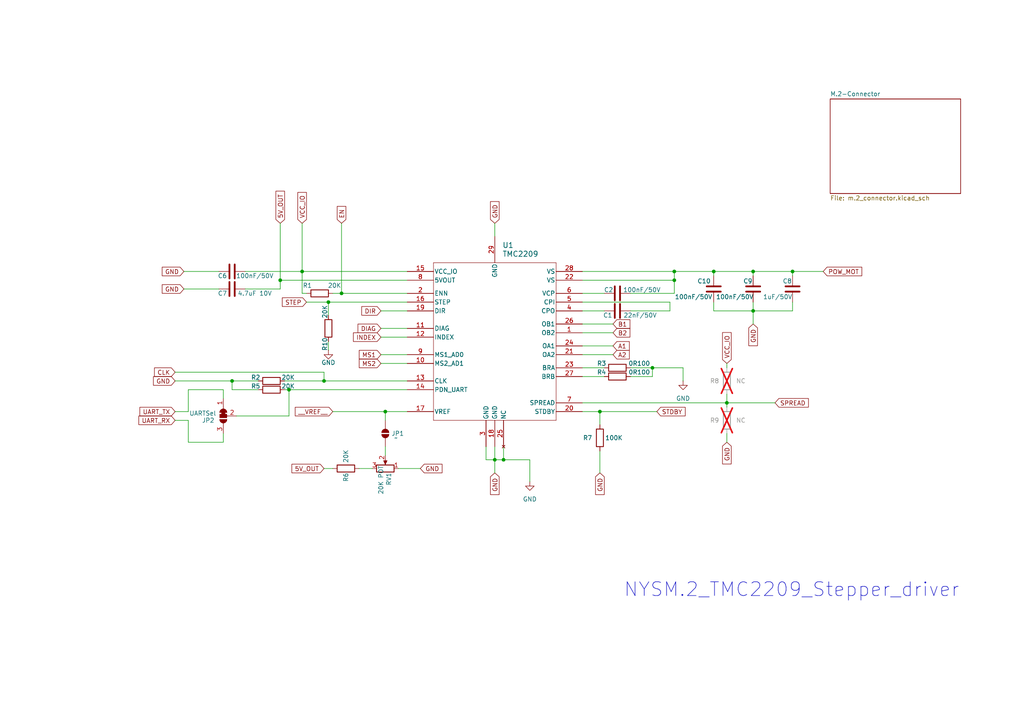
<source format=kicad_sch>
(kicad_sch (version 20231120) (generator "eeschema") (generator_version "8.0")
  (paper "A4")
  (title_block (title "NYSM.2 TMC2209 Module with External Sense Resistors") (date "2024-11-08") (rev "3") (company "Boltz R&D") (comment 1 "License: This work is licensed under GPLV3"))
  (lib_symbols
    (symbol "2024-09-09_19-17-31:TMC2209" (pin_names (offset 0.254))
      (property "Reference" "U2" (at 27.5941 10.16 0))
      (property "Value" "TMC2209" (at 27.5941 7.62 0))
      (symbol "TMC2209_0_1"
        (polyline (pts (xy 7.62 -40.64) (xy 43.18 -40.64)) (stroke (width 0.127)))
        (polyline (pts (xy 7.62 5.08) (xy 7.62 -40.64)) (stroke (width 0.127)))
        (polyline (pts (xy 43.18 -40.64) (xy 43.18 5.08)) (stroke (width 0.127)))
        (polyline (pts (xy 43.18 5.08) (xy 7.62 5.08)) (stroke (width 0.127)))
        (pin output line (at 50.8 -15.24 180) (length 7.62) (name "OB2") (number "1"))
        (pin input line (at 0 -24.13 0) (length 7.62) (name "MS2_AD1") (number "10"))
        (pin output line (at 0 -13.97 0) (length 7.62) (name "DIAG") (number "11"))
        (pin output line (at 0 -16.51 0) (length 7.62) (name "INDEX") (number "12"))
        (pin input line (at 0 -29.21 0) (length 7.62) (name "CLK") (number "13"))
        (pin bidirectional line (at 0 -31.75 0) (length 7.62) (name "PDN_UART") (number "14"))
        (pin power_in line (at 0 2.54 0) (length 7.62) (name "VCC_IO") (number "15"))
        (pin input line (at 0 -6.35 0) (length 7.62) (name "STEP") (number "16"))
        (pin unspecified line (at 0 -38.1 0) (length 7.62) (name "VREF") (number "17"))
        (pin input line (at 25.4 -48.26 90) (length 7.62) (name "GND") (number "18"))
        (pin input line (at 0 -8.89 0) (length 7.62) (name "DIR") (number "19"))
        (pin input line (at 0 -3.81 0) (length 7.62) (name "ENN") (number "2"))
        (pin output line (at 50.8 -21.59 180) (length 7.62) (name "OA2") (number "21"))
        (pin power_in line (at 50.8 0 180) (length 7.62) (name "VS") (number "22"))
        (pin unspecified line (at 50.8 -25.4 180) (length 7.62) (name "BRA") (number "23"))
        (pin output line (at 50.8 -19.05 180) (length 7.62) (name "OA1") (number "24"))
        (pin no_connect line (at 27.94 -48.26 90) (length 7.62) (name "NC") (number "25"))
        (pin output line (at 50.8 -12.7 180) (length 7.62) (name "OB1") (number "26"))
        (pin unspecified line (at 50.8 -27.94 180) (length 7.62) (name "BRB") (number "27"))
        (pin power_in line (at 50.8 2.54 180) (length 7.62) (name "VS") (number "28"))
        (pin output line (at 50.8 -8.89 180) (length 7.62) (name "CPO") (number "4"))
        (pin input line (at 50.8 -6.35 180) (length 7.62) (name "CPI") (number "5"))
        (pin input line (at 50.8 -35.56 180) (length 7.62) (name "SPREAD") (number "7"))
        (pin output line (at 0 0 0) (length 7.62) (name "5VOUT") (number "8"))
        (pin input line (at 0 -21.59 0) (length 7.62) (name "MS1_AD0") (number "9"))
      )
      (symbol "TMC2209_1_1"
        (pin passive line (at 50.8 -38.1 180) (length 7.62) (name "STDBY") (number "20"))
        (pin passive line (at 25.4 12.7 270) (length 7.62) (name "GND") (number "29"))
        (pin passive line (at 22.86 -48.26 90) (length 7.62) (name "GND") (number "3"))
        (pin passive line (at 50.8 -3.81 180) (length 7.62) (name "VCP") (number "6"))
      )
    )
    (symbol "Device:C" (pin_numbers hide) (pin_names (offset 0.254))
      (property "Reference" "C" (at 0.635 2.54 0))
      (property "Value" "C" (at 0.635 -2.54 0))
      (symbol "C_0_1"
        (polyline (pts (xy -2.032 -0.762) (xy 2.032 -0.762)) (stroke (width 0.508)))
        (polyline (pts (xy -2.032 0.762) (xy 2.032 0.762)) (stroke (width 0.508)))
      )
      (symbol "C_1_1"
        (pin passive line (at 0 3.81 270) (length 2.794) (name "~") (number "1"))
        (pin passive line (at 0 -3.81 90) (length 2.794) (name "~") (number "2"))
      )
    )
    (symbol "Device:R" (pin_numbers hide) (pin_names (offset 0))
      (property "Reference" "R" (at 2.032 0 90))
      (property "Value" "R" (at 0 0 90))
      (symbol "R_0_1"
        (rectangle (start -1.016 -2.54) (end 1.016 2.54) (stroke (width 0.254)))
      )
      (symbol "R_1_1"
        (pin passive line (at 0 3.81 270) (length 1.27) (name "~") (number "1"))
        (pin passive line (at 0 -3.81 90) (length 1.27) (name "~") (number "2"))
      )
    )
    (symbol "Device:R_Potentiometer" (pin_names (offset 1.016) hide)
      (property "Reference" "RV" (at -4.445 0 90))
      (property "Value" "R_Potentiometer" (at -2.54 0 90))
      (symbol "R_Potentiometer_0_1"
        (polyline (pts (xy 2.54 0) (xy 1.524 0)))
        (polyline (pts (xy 1.143 0) (xy 2.286 0.508) (xy 2.286 -0.508) (xy 1.143 0)) (fill (type outline)))
        (rectangle (start 1.016 2.54) (end -1.016 -2.54) (stroke (width 0.254)))
      )
      (symbol "R_Potentiometer_1_1"
        (pin passive line (at 0 3.81 270) (length 1.27) (name "1") (number "1"))
        (pin passive line (at 3.81 0 180) (length 1.27) (name "2") (number "2"))
        (pin passive line (at 0 -3.81 90) (length 1.27) (name "3") (number "3"))
      )
    )
    (symbol "Jumper:SolderJumper_2_Open" (pin_numbers hide) (pin_names (offset 0) hide) (exclude_from_sim yes) (in_bom no)
      (property "Reference" "JP" (at 0 2.032 0))
      (property "Value" "SolderJumper_2_Open" (at 0 -2.54 0))
      (symbol "SolderJumper_2_Open_0_1"
        (arc (start -0.254 1.016) (mid -1.2656 0) (end -0.254 -1.016))
        (arc (start -0.254 1.016) (mid -1.2656 0) (end -0.254 -1.016) (fill (type outline)))
        (polyline (pts (xy -0.254 1.016) (xy -0.254 -1.016)))
        (polyline (pts (xy 0.254 1.016) (xy 0.254 -1.016)))
        (arc (start 0.254 -1.016) (mid 1.2656 0) (end 0.254 1.016))
        (arc (start 0.254 -1.016) (mid 1.2656 0) (end 0.254 1.016) (fill (type outline)))
      )
      (symbol "SolderJumper_2_Open_1_1"
        (pin passive line (at -3.81 0 0) (length 2.54) (name "A") (number "1"))
        (pin passive line (at 3.81 0 180) (length 2.54) (name "B") (number "2"))
      )
    )
    (symbol "Jumper:SolderJumper_3_Bridged12" (pin_names (offset 0) hide) (exclude_from_sim yes) (in_bom no)
      (property "Reference" "JP" (at -2.54 -2.54 0))
      (property "Value" "SolderJumper_3_Bridged12" (at 0 2.794 0))
      (symbol "SolderJumper_3_Bridged12_0_1"
        (rectangle (start -1.016 0.508) (end -0.508 -0.508) (fill (type outline)))
        (arc (start -1.016 1.016) (mid -2.0276 0) (end -1.016 -1.016))
        (arc (start -1.016 1.016) (mid -2.0276 0) (end -1.016 -1.016) (fill (type outline)))
        (rectangle (start -0.508 1.016) (end 0.508 -1.016) (fill (type outline)))
        (polyline (pts (xy -2.54 0) (xy -2.032 0)))
        (polyline (pts (xy -1.016 1.016) (xy -1.016 -1.016)))
        (polyline (pts (xy 0 -1.27) (xy 0 -1.016)))
        (polyline (pts (xy 1.016 1.016) (xy 1.016 -1.016)))
        (polyline (pts (xy 2.54 0) (xy 2.032 0)))
        (arc (start 1.016 -1.016) (mid 2.0276 0) (end 1.016 1.016))
        (arc (start 1.016 -1.016) (mid 2.0276 0) (end 1.016 1.016) (fill (type outline)))
      )
      (symbol "SolderJumper_3_Bridged12_1_1"
        (pin passive line (at -5.08 0 0) (length 2.54) (name "A") (number "1"))
        (pin passive line (at 0 -3.81 90) (length 2.54) (name "C") (number "2"))
        (pin passive line (at 5.08 0 180) (length 2.54) (name "B") (number "3"))
      )
    )
    (symbol "power:GND" (power) (pin_numbers hide) (pin_names (offset 0) hide)
      (property "Value" "GND" (at 0 -3.81 0))
      (symbol "GND_0_1"
        (polyline (pts (xy 0 0) (xy 0 -1.27) (xy 1.27 -1.27) (xy 0 -2.54) (xy -1.27 -1.27) (xy 0 -1.27)))
      )
      (symbol "GND_1_1"
        (pin power_in line (at 0 0 270) (length 0) (name "~") (number "1"))
      )
    )
  )
  (junction (at 99.06 85.09))
  (junction (at 218.44 90.17))
  (junction (at 83.82 113.03))
  (junction (at 189.23 106.68))
  (junction (at 195.58 78.74))
  (junction (at 67.31 110.49))
  (junction (at 207.01 78.74))
  (junction (at 143.51 133.35))
  (junction (at 111.76 119.38))
  (junction (at 210.82 116.84))
  (junction (at 218.44 78.74))
  (junction (at 87.63 78.74))
  (junction (at 146.05 133.35))
  (junction (at 195.58 81.28))
  (junction (at 173.99 119.38))
  (junction (at 95.25 87.63))
  (junction (at 93.98 110.49))
  (junction (at 81.28 81.28))
  (junction (at 229.87 78.74))
  (wire (pts (xy 210.82 116.84) (xy 210.82 118.11)))
  (wire (pts (xy 210.82 105.41) (xy 210.82 106.68)))
  (wire (pts (xy 96.52 119.38) (xy 111.76 119.38)))
  (wire (pts (xy 173.99 119.38) (xy 190.5 119.38)))
  (wire (pts (xy 93.98 107.95) (xy 93.98 110.49)))
  (wire (pts (xy 168.91 102.87) (xy 177.8 102.87)))
  (wire (pts (xy 99.06 85.09) (xy 118.11 85.09)))
  (wire (pts (xy 95.25 99.06) (xy 95.25 101.6)))
  (wire (pts (xy 50.8 121.92) (xy 54.61 121.92)))
  (wire (pts (xy 93.98 110.49) (xy 118.11 110.49)))
  (wire (pts (xy 195.58 81.28) (xy 195.58 85.09)))
  (wire (pts (xy 140.97 129.54) (xy 140.97 133.35)))
  (wire (pts (xy 110.49 105.41) (xy 118.11 105.41)))
  (wire (pts (xy 82.55 113.03) (xy 83.82 113.03)))
  (wire (pts (xy 210.82 114.3) (xy 210.82 116.84)))
  (wire (pts (xy 64.77 128.27) (xy 64.77 125.73)))
  (wire (pts (xy 207.01 80.01) (xy 207.01 78.74)))
  (wire (pts (xy 87.63 85.09) (xy 87.63 78.74)))
  (wire (pts (xy 71.12 78.74) (xy 87.63 78.74)))
  (wire (pts (xy 207.01 90.17) (xy 218.44 90.17)))
  (wire (pts (xy 168.91 78.74) (xy 195.58 78.74)))
  (wire (pts (xy 83.82 120.65) (xy 83.82 113.03)))
  (wire (pts (xy 54.61 113.03) (xy 64.77 113.03)))
  (wire (pts (xy 143.51 129.54) (xy 143.51 133.35)))
  (wire (pts (xy 143.51 133.35) (xy 143.51 137.16)))
  (wire (pts (xy 96.52 85.09) (xy 99.06 85.09)))
  (wire (pts (xy 153.67 133.35) (xy 146.05 133.35)))
  (wire (pts (xy 111.76 119.38) (xy 118.11 119.38)))
  (wire (pts (xy 95.25 87.63) (xy 118.11 87.63)))
  (wire (pts (xy 81.28 81.28) (xy 81.28 83.82)))
  (wire (pts (xy 168.91 116.84) (xy 210.82 116.84)))
  (wire (pts (xy 99.06 64.77) (xy 99.06 85.09)))
  (wire (pts (xy 54.61 128.27) (xy 64.77 128.27)))
  (wire (pts (xy 143.51 64.77) (xy 143.51 68.58)))
  (wire (pts (xy 207.01 78.74) (xy 195.58 78.74)))
  (wire (pts (xy 81.28 64.77) (xy 81.28 81.28)))
  (wire (pts (xy 110.49 90.17) (xy 118.11 90.17)))
  (wire (pts (xy 146.05 133.35) (xy 143.51 133.35)))
  (wire (pts (xy 195.58 81.28) (xy 195.58 78.74)))
  (wire (pts (xy 218.44 90.17) (xy 218.44 93.98)))
  (wire (pts (xy 111.76 129.54) (xy 111.76 132.08)))
  (wire (pts (xy 168.91 96.52) (xy 177.8 96.52)))
  (wire (pts (xy 111.76 121.92) (xy 111.76 119.38)))
  (wire (pts (xy 140.97 133.35) (xy 143.51 133.35)))
  (wire (pts (xy 83.82 113.03) (xy 118.11 113.03)))
  (wire (pts (xy 71.12 83.82) (xy 81.28 83.82)))
  (wire (pts (xy 53.34 78.74) (xy 63.5 78.74)))
  (wire (pts (xy 50.8 107.95) (xy 93.98 107.95)))
  (wire (pts (xy 104.14 135.89) (xy 107.95 135.89)))
  (wire (pts (xy 173.99 119.38) (xy 173.99 123.19)))
  (wire (pts (xy 50.8 119.38) (xy 54.61 119.38)))
  (wire (pts (xy 95.25 87.63) (xy 95.25 91.44)))
  (wire (pts (xy 189.23 106.68) (xy 189.23 109.22)))
  (wire (pts (xy 229.87 78.74) (xy 238.76 78.74)))
  (wire (pts (xy 168.91 106.68) (xy 175.26 106.68)))
  (wire (pts (xy 229.87 90.17) (xy 218.44 90.17)))
  (wire (pts (xy 87.63 78.74) (xy 118.11 78.74)))
  (wire (pts (xy 194.31 90.17) (xy 194.31 87.63)))
  (wire (pts (xy 207.01 87.63) (xy 207.01 90.17)))
  (wire (pts (xy 210.82 125.73) (xy 210.82 128.27)))
  (wire (pts (xy 182.88 85.09) (xy 195.58 85.09)))
  (wire (pts (xy 67.31 110.49) (xy 74.93 110.49)))
  (wire (pts (xy 53.34 83.82) (xy 63.5 83.82)))
  (wire (pts (xy 182.88 90.17) (xy 194.31 90.17)))
  (wire (pts (xy 210.82 116.84) (xy 224.79 116.84)))
  (wire (pts (xy 74.93 113.03) (xy 67.31 113.03)))
  (wire (pts (xy 110.49 102.87) (xy 118.11 102.87)))
  (wire (pts (xy 182.88 106.68) (xy 189.23 106.68)))
  (wire (pts (xy 168.91 100.33) (xy 177.8 100.33)))
  (wire (pts (xy 153.67 139.7) (xy 153.67 133.35)))
  (wire (pts (xy 168.91 109.22) (xy 175.26 109.22)))
  (wire (pts (xy 218.44 87.63) (xy 218.44 90.17)))
  (wire (pts (xy 168.91 119.38) (xy 173.99 119.38)))
  (wire (pts (xy 50.8 110.49) (xy 67.31 110.49)))
  (wire (pts (xy 110.49 97.79) (xy 118.11 97.79)))
  (wire (pts (xy 115.57 135.89) (xy 121.92 135.89)))
  (wire (pts (xy 194.31 87.63) (xy 168.91 87.63)))
  (wire (pts (xy 81.28 81.28) (xy 118.11 81.28)))
  (wire (pts (xy 146.05 129.54) (xy 146.05 133.35)))
  (wire (pts (xy 93.98 135.89) (xy 96.52 135.89)))
  (wire (pts (xy 87.63 64.77) (xy 87.63 78.74)))
  (wire (pts (xy 68.58 120.65) (xy 83.82 120.65)))
  (wire (pts (xy 54.61 121.92) (xy 54.61 128.27)))
  (wire (pts (xy 54.61 119.38) (xy 54.61 113.03)))
  (wire (pts (xy 64.77 113.03) (xy 64.77 115.57)))
  (wire (pts (xy 173.99 130.81) (xy 173.99 137.16)))
  (wire (pts (xy 182.88 109.22) (xy 189.23 109.22)))
  (wire (pts (xy 168.91 81.28) (xy 195.58 81.28)))
  (wire (pts (xy 82.55 110.49) (xy 93.98 110.49)))
  (wire (pts (xy 110.49 95.25) (xy 118.11 95.25)))
  (wire (pts (xy 229.87 80.01) (xy 229.87 78.74)))
  (wire (pts (xy 168.91 93.98) (xy 177.8 93.98)))
  (wire (pts (xy 229.87 87.63) (xy 229.87 90.17)))
  (wire (pts (xy 218.44 80.01) (xy 218.44 78.74)))
  (wire (pts (xy 168.91 90.17) (xy 175.26 90.17)))
  (wire (pts (xy 88.9 87.63) (xy 95.25 87.63)))
  (wire (pts (xy 88.9 85.09) (xy 87.63 85.09)))
  (wire (pts (xy 198.12 106.68) (xy 189.23 106.68)))
  (wire (pts (xy 198.12 110.49) (xy 198.12 106.68)))
  (wire (pts (xy 229.87 78.74) (xy 218.44 78.74)))
  (wire (pts (xy 168.91 85.09) (xy 175.26 85.09)))
  (wire (pts (xy 67.31 113.03) (xy 67.31 110.49)))
  (wire (pts (xy 218.44 78.74) (xy 207.01 78.74)))
  (text "NYSM.2_TMC2209_Stepper_driver" (at 180.848 173.482 0) (effects (font (size 4 4)) (justify left bottom)))
  (global_label "POW_MOT" (shape input) (at 238.76 78.74 0) (property "Intersheetrefs" "${INTERSHEET_REFS}" (effects (hide yes))))
  (global_label "5V_OUT" (shape input) (at 81.28 64.77 90) (property "Intersheetrefs" "${INTERSHEET_REFS}" (effects (hide yes))))
  (global_label "GND" (shape input) (at 50.8 110.49 180) (property "Intersheetrefs" "${INTERSHEET_REFS}" (effects (hide yes))))
  (global_label "A2" (shape input) (at 177.8 102.87 0) (property "Intersheetrefs" "${INTERSHEET_REFS}" (effects (hide yes))))
  (global_label "CLK" (shape input) (at 50.8 107.95 180) (property "Intersheetrefs" "${INTERSHEET_REFS}" (effects (hide yes))))
  (global_label "DIR" (shape input) (at 110.49 90.17 180) (property "Intersheetrefs" "${INTERSHEET_REFS}" (effects (hide yes))))
  (global_label "A1" (shape input) (at 177.8 100.33 0) (property "Intersheetrefs" "${INTERSHEET_REFS}" (effects (hide yes))))
  (global_label "INDEX" (shape input) (at 110.49 97.79 180) (property "Intersheetrefs" "${INTERSHEET_REFS}" (effects (hide yes))))
  (global_label "__VREF__" (shape input) (at 96.52 119.38 180) (property "Intersheetrefs" "${INTERSHEET_REFS}" (effects (hide yes))))
  (global_label "GND" (shape input) (at 53.34 83.82 180) (property "Intersheetrefs" "${INTERSHEET_REFS}" (effects (hide yes))))
  (global_label "DIAG" (shape input) (at 110.49 95.25 180) (property "Intersheetrefs" "${INTERSHEET_REFS}" (effects (hide yes))))
  (global_label "GND" (shape input) (at 173.99 137.16 270) (property "Intersheetrefs" "${INTERSHEET_REFS}" (effects (hide yes))))
  (global_label "GND" (shape input) (at 218.44 93.98 270) (property "Intersheetrefs" "${INTERSHEET_REFS}" (effects (hide yes))))
  (global_label "GND" (shape input) (at 143.51 137.16 270) (property "Intersheetrefs" "${INTERSHEET_REFS}" (effects (hide yes))))
  (global_label "UART_RX" (shape input) (at 50.8 121.92 180) (property "Intersheetrefs" "${INTERSHEET_REFS}" (effects (hide yes))))
  (global_label "UART_TX" (shape input) (at 50.8 119.38 180) (property "Intersheetrefs" "${INTERSHEET_REFS}" (effects (hide yes))))
  (global_label "GND" (shape input) (at 210.82 128.27 270) (property "Intersheetrefs" "${INTERSHEET_REFS}" (effects (hide yes))))
  (global_label "VCC_IO" (shape input) (at 210.82 105.41 90) (property "Intersheetrefs" "${INTERSHEET_REFS}" (effects (hide yes))))
  (global_label "MS2" (shape input) (at 110.49 105.41 180) (property "Intersheetrefs" "${INTERSHEET_REFS}" (effects (hide yes))))
  (global_label "MS1" (shape input) (at 110.49 102.87 180) (property "Intersheetrefs" "${INTERSHEET_REFS}" (effects (hide yes))))
  (global_label "B2" (shape input) (at 177.8 96.52 0) (property "Intersheetrefs" "${INTERSHEET_REFS}" (effects (hide yes))))
  (global_label "GND" (shape input) (at 121.92 135.89 0) (property "Intersheetrefs" "${INTERSHEET_REFS}" (effects (hide yes))))
  (global_label "5V_OUT" (shape input) (at 93.98 135.89 180) (property "Intersheetrefs" "${INTERSHEET_REFS}" (effects (hide yes))))
  (global_label "SPREAD" (shape input) (at 224.79 116.84 0) (property "Intersheetrefs" "${INTERSHEET_REFS}" (effects (hide yes))))
  (global_label "GND" (shape input) (at 143.51 64.77 90) (property "Intersheetrefs" "${INTERSHEET_REFS}" (effects (hide yes))))
  (global_label "STEP" (shape input) (at 88.9 87.63 180) (property "Intersheetrefs" "${INTERSHEET_REFS}" (effects (hide yes))))
  (global_label "B1" (shape input) (at 177.8 93.98 0) (property "Intersheetrefs" "${INTERSHEET_REFS}" (effects (hide yes))))
  (global_label "STDBY" (shape input) (at 190.5 119.38 0) (property "Intersheetrefs" "${INTERSHEET_REFS}" (effects (hide yes))))
  (global_label "GND" (shape input) (at 53.34 78.74 180) (property "Intersheetrefs" "${INTERSHEET_REFS}" (effects (hide yes))))
  (global_label "VCC_IO" (shape input) (at 87.63 64.77 90) (property "Intersheetrefs" "${INTERSHEET_REFS}" (effects (hide yes))))
  (global_label "EN" (shape input) (at 99.06 64.77 90) (property "Intersheetrefs" "${INTERSHEET_REFS}" (effects (hide yes))))
  (symbol (lib_id "Device:R") (at 95.25 95.25 180) (unit 1)
    (property "Reference" "R10" (at 94.234 99.822 90))
    (property "Value" "20K" (at 94.234 90.424 90))
    (property "Footprint" "Resistor_SMD:R_0402_1005Metric" (effects (hide yes)))
    (property "Description" "Resistor" (effects (hide yes)))
    (property "LCSC#" "C384364" (effects (hide yes)))
    (property "Manufacturer_Part_Number" "WR04X203JTL" (effects (hide yes)))
  )
  (symbol (lib_id "Device:C") (at 67.31 83.82 90) (unit 1)
    (property "Reference" "C7" (at 64.516 85.09 90))
    (property "Value" "4.7uF 10V" (at 73.914 85.09 90))
    (property "Footprint" "Capacitor_SMD:C_0402_1005Metric" (effects (hide yes)))
    (property "Description" "Unpolarized capacitor" (effects (hide yes)))
    (property "LCSC#" "C368809" (effects (hide yes)))
    (property "Manufacturer_Part_Number" "CL05A475KP5NRNC" (effects (hide yes)))
  )
  (symbol (lib_id "Device:C") (at 179.07 90.17 90) (unit 1)
    (property "Reference" "C1" (at 176.276 91.44 90))
    (property "Value" "22nF/50V" (at 185.674 91.44 90))
    (property "Footprint" "Capacitor_SMD:C_0402_1005Metric" (effects (hide yes)))
    (property "Description" "Unpolarized capacitor" (effects (hide yes)))
    (property "LCSC#" "C107026" (effects (hide yes)))
    (property "Manufacturer_Part_Number" "CC0402KRX7R9BB223" (effects (hide yes)))
  )
  (symbol (lib_id "Device:C") (at 179.07 85.09 90) (unit 1)
    (property "Reference" "C2" (at 176.53 84.074 90))
    (property "Value" "100nF/50V" (at 186.182 84.074 90))
    (property "Footprint" "Capacitor_SMD:C_0402_1005Metric" (effects (hide yes)))
    (property "Description" "Unpolarized capacitor" (effects (hide yes)))
    (property "LCSC#" "C152814" (effects (hide yes)))
    (property "Manufacturer_Part_Number" "0402B104K500CT" (effects (hide yes)))
  )
  (symbol (lib_id "Device:R_Potentiometer") (at 111.76 135.89 270) (mirror x) (unit 1)
    (property "Reference" "RV1" (at 112.776 138.938 0))
    (property "Value" "20K POT" (at 110.49 139.192 0))
    (property "Footprint" "Potentiometer_SMD:Potentiometer_Bourns_TC33X_Vertical" (effects (hide yes)))
    (property "Description" "Potentiometer" (effects (hide yes)))
    (property "ALT MPN" "TC33X-2-203E" (effects (hide yes)))
    (property "LCSC#" "C128550" (effects (hide yes)))
    (property "Manufacturer_Part_Number" "VG039NCHXTB203" (effects (hide yes)))
  )
  (symbol (lib_id "Device:R") (at 210.82 121.92 180) (unit 1) (dnp yes)
    (property "Reference" "R9" (at 207.264 121.92 0))
    (property "Value" "NC" (at 214.884 121.92 0))
    (property "Footprint" "Resistor_SMD:R_0402_1005Metric" (effects (hide yes)))
    (property "Description" "Resistor" (effects (hide yes)))
  )
  (symbol (lib_id "Device:R") (at 179.07 106.68 270) (unit 1)
    (property "Reference" "R3" (at 174.498 105.41 90))
    (property "Value" "0R100" (at 185.42 105.41 90))
    (property "Footprint" "Resistor_SMD:R_1206_3216Metric" (effects (hide yes)))
    (property "Description" "Resistor" (effects (hide yes)))
    (property "LCSC#" "C3033268" (effects (hide yes)))
    (property "Manufacturer_Part_Number" "PT1206FR-7W0R1L" (effects (hide yes)))
  )
  (symbol (lib_id "power:GND") (at 95.25 101.6 0) (unit 1)
    (property "Reference" "#PWR03" (effects (hide yes)))
    (property "Value" "GND" (at 95.25 105.156 0))
    (property "Description" "Power symbol creates a global label with name \"GND\" , ground" (effects (hide yes)))
  )
  (symbol (lib_id "power:GND") (at 153.67 139.7 0) (unit 1)
    (property "Reference" "#PWR01" (effects (hide yes)))
    (property "Value" "GND" (at 153.67 144.78 0))
    (property "Description" "Power symbol creates a global label with name \"GND\" , ground" (effects (hide yes)))
  )
  (symbol (lib_id "Device:R") (at 78.74 110.49 90) (unit 1)
    (property "Reference" "R2" (at 74.168 109.474 90))
    (property "Value" "20K" (at 83.566 109.474 90))
    (property "Footprint" "Resistor_SMD:R_0402_1005Metric" (effects (hide yes)))
    (property "Description" "Resistor" (effects (hide yes)))
    (property "LCSC#" "C384364" (effects (hide yes)))
    (property "Manufacturer_Part_Number" "WR04X203JTL" (effects (hide yes)))
  )
  (symbol (lib_id "2024-09-09_19-17-31:TMC2209") (at 118.11 81.28 0) (unit 1)
    (property "Reference" "U1" (at 145.7041 71.12 0) (effects (font (size 1.524 1.524)) (justify left)))
    (property "Value" "TMC2209" (at 145.7041 73.66 0) (effects (font (size 1.524 1.524)) (justify left)))
    (property "Footprint" "TMC2209:QFN28_5X5_TRI" (effects (hide yes)))
    (property "Datasheet" "TMC2209" (effects (hide yes)))
    (property "LCSC#" "C465949" (effects (hide yes)))
    (property "Manufacturer_Part_Number" "TMC2209" (effects (hide yes)))
  )
  (symbol (lib_id "Device:R") (at 179.07 109.22 270) (unit 1)
    (property "Reference" "R4" (at 174.498 107.95 90))
    (property "Value" "0R100" (at 185.42 107.95 90))
    (property "Footprint" "Resistor_SMD:R_1206_3216Metric" (effects (hide yes)))
    (property "Description" "Resistor" (effects (hide yes)))
    (property "LCSC#" "C3033268" (effects (hide yes)))
    (property "Manufacturer_Part_Number" "PT1206FR-7W0R1L" (effects (hide yes)))
  )
  (symbol (lib_id "power:GND") (at 198.12 110.49 0) (unit 1)
    (property "Reference" "#PWR02" (effects (hide yes)))
    (property "Value" "GND" (at 198.12 115.57 0))
    (property "Description" "Power symbol creates a global label with name \"GND\" , ground" (effects (hide yes)))
  )
  (symbol (lib_id "Device:R") (at 92.71 85.09 90) (unit 1)
    (property "Reference" "R1" (at 89.154 82.804 90))
    (property "Value" "20K" (at 97.028 82.804 90))
    (property "Footprint" "Resistor_SMD:R_0402_1005Metric" (effects (hide yes)))
    (property "Description" "Resistor" (effects (hide yes)))
    (property "LCSC#" "C384364" (effects (hide yes)))
    (property "Manufacturer_Part_Number" "WR04X203JTL" (effects (hide yes)))
  )
  (symbol (lib_id "Device:C") (at 67.31 78.74 90) (unit 1)
    (property "Reference" "C6" (at 64.516 80.01 90))
    (property "Value" "100nF/50V" (at 73.914 80.01 90))
    (property "Footprint" "Capacitor_SMD:C_0402_1005Metric" (effects (hide yes)))
    (property "Description" "Unpolarized capacitor" (effects (hide yes)))
    (property "LCSC#" "C152814" (effects (hide yes)))
    (property "Manufacturer_Part_Number" "0402B104K500CT" (effects (hide yes)))
  )
  (symbol (lib_id "Device:C") (at 218.44 83.82 0) (unit 1)
    (property "Reference" "C9" (at 216.916 81.534 0))
    (property "Value" "100nF/50V" (at 213.106 86.106 0))
    (property "Footprint" "Capacitor_SMD:C_0402_1005Metric" (effects (hide yes)))
    (property "Description" "Unpolarized capacitor" (effects (hide yes)))
    (property "LCSC#" "C152814" (effects (hide yes)))
    (property "Manufacturer_Part_Number" "0402B104K500CT" (effects (hide yes)))
  )
  (symbol (lib_id "Device:R") (at 173.99 127 180) (unit 1)
    (property "Reference" "R7" (at 170.434 127 0))
    (property "Value" "100K" (at 178.054 127 0))
    (property "Footprint" "Resistor_SMD:R_0402_1005Metric" (effects (hide yes)))
    (property "Description" "Resistor" (effects (hide yes)))
    (property "LCSC#" "C384388" (effects (hide yes)))
    (property "Manufacturer_Part_Number" "WR04X104JTL" (effects (hide yes)))
  )
  (symbol (lib_id "Jumper:SolderJumper_2_Open") (at 111.76 125.73 90) (unit 1) (exclude_from_sim yes) (in_bom no)
    (property "Reference" "JP1" (at 113.538 125.73 90) (effects (justify right)))
    (property "Value" "~" (at 114.3 127 90) (effects (justify right)))
    (property "Footprint" "Jumper:SolderJumper-2_P1.3mm_Open_Pad1.0x1.5mm" (effects (hide yes)))
    (property "Description" "Solder Jumper, 2-pole, open" (effects (hide yes)))
  )
  (symbol (lib_id "Device:R") (at 78.74 113.03 90) (unit 1)
    (property "Reference" "R5" (at 74.168 112.014 90))
    (property "Value" "20K" (at 83.566 112.014 90))
    (property "Footprint" "Resistor_SMD:R_0402_1005Metric" (effects (hide yes)))
    (property "Description" "Resistor" (effects (hide yes)))
    (property "LCSC#" "C384364" (effects (hide yes)))
    (property "Manufacturer_Part_Number" "WR04X203JTL" (effects (hide yes)))
  )
  (symbol (lib_id "Device:R") (at 100.33 135.89 90) (unit 1)
    (property "Reference" "R6" (at 100.33 138.43 0))
    (property "Value" "20K" (at 100.33 132.334 0))
    (property "Footprint" "Resistor_SMD:R_0402_1005Metric" (effects (hide yes)))
    (property "Description" "Resistor" (effects (hide yes)))
    (property "LCSC#" "C384364" (effects (hide yes)))
    (property "Manufacturer_Part_Number" "WR04X203JTL" (effects (hide yes)))
  )
  (symbol (lib_id "Device:C") (at 229.87 83.82 0) (unit 1)
    (property "Reference" "C8" (at 228.346 81.534 0))
    (property "Value" "1uF/50V" (at 225.552 86.106 0))
    (property "Footprint" "Capacitor_SMD:C_0402_1005Metric" (effects (hide yes)))
    (property "Description" "Unpolarized capacitor" (effects (hide yes)))
    (property "LCSC#" "C1518208" (effects (hide yes)))
    (property "Manufacturer_Part_Number" "GRM155R61H105KE05D" (effects (hide yes)))
  )
  (symbol (lib_id "Jumper:SolderJumper_3_Bridged12") (at 64.77 120.65 90) (mirror x) (unit 1) (exclude_from_sim yes) (in_bom no)
    (property "Reference" "JP2" (at 62.23 121.9201 90) (effects (justify left)))
    (property "Value" "UARTSel" (at 62.738 119.888 90) (effects (justify left)))
    (property "Footprint" "Jumper:SolderJumper-3_P1.3mm_Bridged12_RoundedPad1.0x1.5mm" (effects (hide yes)))
    (property "Description" "3-pole Solder Jumper, pins 1+2 closed/bridged" (effects (hide yes)))
  )
  (symbol (lib_id "Device:R") (at 210.82 110.49 180) (unit 1) (dnp yes)
    (property "Reference" "R8" (at 207.264 110.49 0))
    (property "Value" "NC" (at 214.884 110.49 0))
    (property "Footprint" "Resistor_SMD:R_0402_1005Metric" (effects (hide yes)))
    (property "Description" "Resistor" (effects (hide yes)))
  )
  (symbol (lib_id "Device:C") (at 207.01 83.82 0) (unit 1)
    (property "Reference" "C10" (at 204.216 81.534 0))
    (property "Value" "100nF/50V" (at 201.168 86.106 0))
    (property "Footprint" "Capacitor_SMD:C_0402_1005Metric" (effects (hide yes)))
    (property "Description" "Unpolarized capacitor" (effects (hide yes)))
    (property "LCSC#" "C152814" (effects (hide yes)))
    (property "Manufacturer_Part_Number" "0402B104K500CT" (effects (hide yes)))
  )
  (sheet (at 240.792 28.702) (size 37.846 27.432) (stroke (width 0.1524))
    (property "Sheetname" "M.2-Connector" (at 240.792 27.9904 0) (effects (justify left bottom)))
    (property "Sheetfile" "m.2_connector.kicad_sch" (at 240.792 56.7186 0) (effects (justify left top)))
  )
)
</source>
